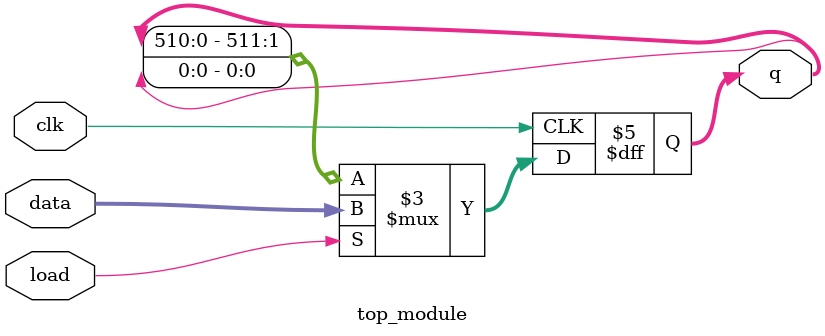
<source format=sv>
module top_module(
	input clk,
	input load,
	input [511:0] data,
	output reg [511:0] q);

	always @(posedge clk) begin
		if (load)
			q <= data;
		else begin
			q <= {q[$bits(q)-2:0], q[0]};
		end
	end

endmodule

</source>
